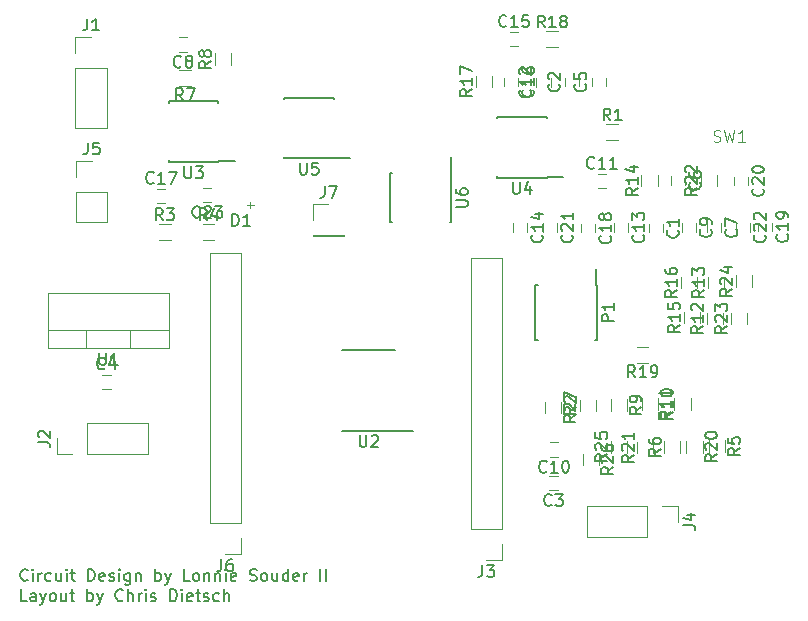
<source format=gto>
G04 #@! TF.FileFunction,Legend,Top*
%FSLAX46Y46*%
G04 Gerber Fmt 4.6, Leading zero omitted, Abs format (unit mm)*
G04 Created by KiCad (PCBNEW 4.0.4-stable) date 11/20/17 17:19:46*
%MOMM*%
%LPD*%
G01*
G04 APERTURE LIST*
%ADD10C,0.100000*%
%ADD11C,0.200000*%
%ADD12C,0.120000*%
%ADD13C,0.150000*%
%ADD14C,0.050000*%
G04 APERTURE END LIST*
D10*
D11*
X111112524Y-141528643D02*
X111064905Y-141576262D01*
X110922048Y-141623881D01*
X110826810Y-141623881D01*
X110683952Y-141576262D01*
X110588714Y-141481024D01*
X110541095Y-141385786D01*
X110493476Y-141195310D01*
X110493476Y-141052452D01*
X110541095Y-140861976D01*
X110588714Y-140766738D01*
X110683952Y-140671500D01*
X110826810Y-140623881D01*
X110922048Y-140623881D01*
X111064905Y-140671500D01*
X111112524Y-140719119D01*
X111541095Y-141623881D02*
X111541095Y-140957214D01*
X111541095Y-140623881D02*
X111493476Y-140671500D01*
X111541095Y-140719119D01*
X111588714Y-140671500D01*
X111541095Y-140623881D01*
X111541095Y-140719119D01*
X112017285Y-141623881D02*
X112017285Y-140957214D01*
X112017285Y-141147690D02*
X112064904Y-141052452D01*
X112112523Y-141004833D01*
X112207761Y-140957214D01*
X112303000Y-140957214D01*
X113064905Y-141576262D02*
X112969667Y-141623881D01*
X112779190Y-141623881D01*
X112683952Y-141576262D01*
X112636333Y-141528643D01*
X112588714Y-141433405D01*
X112588714Y-141147690D01*
X112636333Y-141052452D01*
X112683952Y-141004833D01*
X112779190Y-140957214D01*
X112969667Y-140957214D01*
X113064905Y-141004833D01*
X113922048Y-140957214D02*
X113922048Y-141623881D01*
X113493476Y-140957214D02*
X113493476Y-141481024D01*
X113541095Y-141576262D01*
X113636333Y-141623881D01*
X113779191Y-141623881D01*
X113874429Y-141576262D01*
X113922048Y-141528643D01*
X114398238Y-141623881D02*
X114398238Y-140957214D01*
X114398238Y-140623881D02*
X114350619Y-140671500D01*
X114398238Y-140719119D01*
X114445857Y-140671500D01*
X114398238Y-140623881D01*
X114398238Y-140719119D01*
X114731571Y-140957214D02*
X115112523Y-140957214D01*
X114874428Y-140623881D02*
X114874428Y-141481024D01*
X114922047Y-141576262D01*
X115017285Y-141623881D01*
X115112523Y-141623881D01*
X116207762Y-141623881D02*
X116207762Y-140623881D01*
X116445857Y-140623881D01*
X116588715Y-140671500D01*
X116683953Y-140766738D01*
X116731572Y-140861976D01*
X116779191Y-141052452D01*
X116779191Y-141195310D01*
X116731572Y-141385786D01*
X116683953Y-141481024D01*
X116588715Y-141576262D01*
X116445857Y-141623881D01*
X116207762Y-141623881D01*
X117588715Y-141576262D02*
X117493477Y-141623881D01*
X117303000Y-141623881D01*
X117207762Y-141576262D01*
X117160143Y-141481024D01*
X117160143Y-141100071D01*
X117207762Y-141004833D01*
X117303000Y-140957214D01*
X117493477Y-140957214D01*
X117588715Y-141004833D01*
X117636334Y-141100071D01*
X117636334Y-141195310D01*
X117160143Y-141290548D01*
X118017286Y-141576262D02*
X118112524Y-141623881D01*
X118303000Y-141623881D01*
X118398239Y-141576262D01*
X118445858Y-141481024D01*
X118445858Y-141433405D01*
X118398239Y-141338167D01*
X118303000Y-141290548D01*
X118160143Y-141290548D01*
X118064905Y-141242929D01*
X118017286Y-141147690D01*
X118017286Y-141100071D01*
X118064905Y-141004833D01*
X118160143Y-140957214D01*
X118303000Y-140957214D01*
X118398239Y-141004833D01*
X118874429Y-141623881D02*
X118874429Y-140957214D01*
X118874429Y-140623881D02*
X118826810Y-140671500D01*
X118874429Y-140719119D01*
X118922048Y-140671500D01*
X118874429Y-140623881D01*
X118874429Y-140719119D01*
X119779191Y-140957214D02*
X119779191Y-141766738D01*
X119731572Y-141861976D01*
X119683953Y-141909595D01*
X119588714Y-141957214D01*
X119445857Y-141957214D01*
X119350619Y-141909595D01*
X119779191Y-141576262D02*
X119683953Y-141623881D01*
X119493476Y-141623881D01*
X119398238Y-141576262D01*
X119350619Y-141528643D01*
X119303000Y-141433405D01*
X119303000Y-141147690D01*
X119350619Y-141052452D01*
X119398238Y-141004833D01*
X119493476Y-140957214D01*
X119683953Y-140957214D01*
X119779191Y-141004833D01*
X120255381Y-140957214D02*
X120255381Y-141623881D01*
X120255381Y-141052452D02*
X120303000Y-141004833D01*
X120398238Y-140957214D01*
X120541096Y-140957214D01*
X120636334Y-141004833D01*
X120683953Y-141100071D01*
X120683953Y-141623881D01*
X121922048Y-141623881D02*
X121922048Y-140623881D01*
X121922048Y-141004833D02*
X122017286Y-140957214D01*
X122207763Y-140957214D01*
X122303001Y-141004833D01*
X122350620Y-141052452D01*
X122398239Y-141147690D01*
X122398239Y-141433405D01*
X122350620Y-141528643D01*
X122303001Y-141576262D01*
X122207763Y-141623881D01*
X122017286Y-141623881D01*
X121922048Y-141576262D01*
X122731572Y-140957214D02*
X122969667Y-141623881D01*
X123207763Y-140957214D02*
X122969667Y-141623881D01*
X122874429Y-141861976D01*
X122826810Y-141909595D01*
X122731572Y-141957214D01*
X124826811Y-141623881D02*
X124350620Y-141623881D01*
X124350620Y-140623881D01*
X125303001Y-141623881D02*
X125207763Y-141576262D01*
X125160144Y-141528643D01*
X125112525Y-141433405D01*
X125112525Y-141147690D01*
X125160144Y-141052452D01*
X125207763Y-141004833D01*
X125303001Y-140957214D01*
X125445859Y-140957214D01*
X125541097Y-141004833D01*
X125588716Y-141052452D01*
X125636335Y-141147690D01*
X125636335Y-141433405D01*
X125588716Y-141528643D01*
X125541097Y-141576262D01*
X125445859Y-141623881D01*
X125303001Y-141623881D01*
X126064906Y-140957214D02*
X126064906Y-141623881D01*
X126064906Y-141052452D02*
X126112525Y-141004833D01*
X126207763Y-140957214D01*
X126350621Y-140957214D01*
X126445859Y-141004833D01*
X126493478Y-141100071D01*
X126493478Y-141623881D01*
X126969668Y-140957214D02*
X126969668Y-141623881D01*
X126969668Y-141052452D02*
X127017287Y-141004833D01*
X127112525Y-140957214D01*
X127255383Y-140957214D01*
X127350621Y-141004833D01*
X127398240Y-141100071D01*
X127398240Y-141623881D01*
X127874430Y-141623881D02*
X127874430Y-140957214D01*
X127874430Y-140623881D02*
X127826811Y-140671500D01*
X127874430Y-140719119D01*
X127922049Y-140671500D01*
X127874430Y-140623881D01*
X127874430Y-140719119D01*
X128731573Y-141576262D02*
X128636335Y-141623881D01*
X128445858Y-141623881D01*
X128350620Y-141576262D01*
X128303001Y-141481024D01*
X128303001Y-141100071D01*
X128350620Y-141004833D01*
X128445858Y-140957214D01*
X128636335Y-140957214D01*
X128731573Y-141004833D01*
X128779192Y-141100071D01*
X128779192Y-141195310D01*
X128303001Y-141290548D01*
X129922049Y-141576262D02*
X130064906Y-141623881D01*
X130303002Y-141623881D01*
X130398240Y-141576262D01*
X130445859Y-141528643D01*
X130493478Y-141433405D01*
X130493478Y-141338167D01*
X130445859Y-141242929D01*
X130398240Y-141195310D01*
X130303002Y-141147690D01*
X130112525Y-141100071D01*
X130017287Y-141052452D01*
X129969668Y-141004833D01*
X129922049Y-140909595D01*
X129922049Y-140814357D01*
X129969668Y-140719119D01*
X130017287Y-140671500D01*
X130112525Y-140623881D01*
X130350621Y-140623881D01*
X130493478Y-140671500D01*
X131064906Y-141623881D02*
X130969668Y-141576262D01*
X130922049Y-141528643D01*
X130874430Y-141433405D01*
X130874430Y-141147690D01*
X130922049Y-141052452D01*
X130969668Y-141004833D01*
X131064906Y-140957214D01*
X131207764Y-140957214D01*
X131303002Y-141004833D01*
X131350621Y-141052452D01*
X131398240Y-141147690D01*
X131398240Y-141433405D01*
X131350621Y-141528643D01*
X131303002Y-141576262D01*
X131207764Y-141623881D01*
X131064906Y-141623881D01*
X132255383Y-140957214D02*
X132255383Y-141623881D01*
X131826811Y-140957214D02*
X131826811Y-141481024D01*
X131874430Y-141576262D01*
X131969668Y-141623881D01*
X132112526Y-141623881D01*
X132207764Y-141576262D01*
X132255383Y-141528643D01*
X133160145Y-141623881D02*
X133160145Y-140623881D01*
X133160145Y-141576262D02*
X133064907Y-141623881D01*
X132874430Y-141623881D01*
X132779192Y-141576262D01*
X132731573Y-141528643D01*
X132683954Y-141433405D01*
X132683954Y-141147690D01*
X132731573Y-141052452D01*
X132779192Y-141004833D01*
X132874430Y-140957214D01*
X133064907Y-140957214D01*
X133160145Y-141004833D01*
X134017288Y-141576262D02*
X133922050Y-141623881D01*
X133731573Y-141623881D01*
X133636335Y-141576262D01*
X133588716Y-141481024D01*
X133588716Y-141100071D01*
X133636335Y-141004833D01*
X133731573Y-140957214D01*
X133922050Y-140957214D01*
X134017288Y-141004833D01*
X134064907Y-141100071D01*
X134064907Y-141195310D01*
X133588716Y-141290548D01*
X134493478Y-141623881D02*
X134493478Y-140957214D01*
X134493478Y-141147690D02*
X134541097Y-141052452D01*
X134588716Y-141004833D01*
X134683954Y-140957214D01*
X134779193Y-140957214D01*
X135874431Y-141623881D02*
X135874431Y-140623881D01*
X136350621Y-141623881D02*
X136350621Y-140623881D01*
X111017286Y-143323881D02*
X110541095Y-143323881D01*
X110541095Y-142323881D01*
X111779191Y-143323881D02*
X111779191Y-142800071D01*
X111731572Y-142704833D01*
X111636334Y-142657214D01*
X111445857Y-142657214D01*
X111350619Y-142704833D01*
X111779191Y-143276262D02*
X111683953Y-143323881D01*
X111445857Y-143323881D01*
X111350619Y-143276262D01*
X111303000Y-143181024D01*
X111303000Y-143085786D01*
X111350619Y-142990548D01*
X111445857Y-142942929D01*
X111683953Y-142942929D01*
X111779191Y-142895310D01*
X112160143Y-142657214D02*
X112398238Y-143323881D01*
X112636334Y-142657214D02*
X112398238Y-143323881D01*
X112303000Y-143561976D01*
X112255381Y-143609595D01*
X112160143Y-143657214D01*
X113160143Y-143323881D02*
X113064905Y-143276262D01*
X113017286Y-143228643D01*
X112969667Y-143133405D01*
X112969667Y-142847690D01*
X113017286Y-142752452D01*
X113064905Y-142704833D01*
X113160143Y-142657214D01*
X113303001Y-142657214D01*
X113398239Y-142704833D01*
X113445858Y-142752452D01*
X113493477Y-142847690D01*
X113493477Y-143133405D01*
X113445858Y-143228643D01*
X113398239Y-143276262D01*
X113303001Y-143323881D01*
X113160143Y-143323881D01*
X114350620Y-142657214D02*
X114350620Y-143323881D01*
X113922048Y-142657214D02*
X113922048Y-143181024D01*
X113969667Y-143276262D01*
X114064905Y-143323881D01*
X114207763Y-143323881D01*
X114303001Y-143276262D01*
X114350620Y-143228643D01*
X114683953Y-142657214D02*
X115064905Y-142657214D01*
X114826810Y-142323881D02*
X114826810Y-143181024D01*
X114874429Y-143276262D01*
X114969667Y-143323881D01*
X115064905Y-143323881D01*
X116160144Y-143323881D02*
X116160144Y-142323881D01*
X116160144Y-142704833D02*
X116255382Y-142657214D01*
X116445859Y-142657214D01*
X116541097Y-142704833D01*
X116588716Y-142752452D01*
X116636335Y-142847690D01*
X116636335Y-143133405D01*
X116588716Y-143228643D01*
X116541097Y-143276262D01*
X116445859Y-143323881D01*
X116255382Y-143323881D01*
X116160144Y-143276262D01*
X116969668Y-142657214D02*
X117207763Y-143323881D01*
X117445859Y-142657214D02*
X117207763Y-143323881D01*
X117112525Y-143561976D01*
X117064906Y-143609595D01*
X116969668Y-143657214D01*
X119160145Y-143228643D02*
X119112526Y-143276262D01*
X118969669Y-143323881D01*
X118874431Y-143323881D01*
X118731573Y-143276262D01*
X118636335Y-143181024D01*
X118588716Y-143085786D01*
X118541097Y-142895310D01*
X118541097Y-142752452D01*
X118588716Y-142561976D01*
X118636335Y-142466738D01*
X118731573Y-142371500D01*
X118874431Y-142323881D01*
X118969669Y-142323881D01*
X119112526Y-142371500D01*
X119160145Y-142419119D01*
X119588716Y-143323881D02*
X119588716Y-142323881D01*
X120017288Y-143323881D02*
X120017288Y-142800071D01*
X119969669Y-142704833D01*
X119874431Y-142657214D01*
X119731573Y-142657214D01*
X119636335Y-142704833D01*
X119588716Y-142752452D01*
X120493478Y-143323881D02*
X120493478Y-142657214D01*
X120493478Y-142847690D02*
X120541097Y-142752452D01*
X120588716Y-142704833D01*
X120683954Y-142657214D01*
X120779193Y-142657214D01*
X121112526Y-143323881D02*
X121112526Y-142657214D01*
X121112526Y-142323881D02*
X121064907Y-142371500D01*
X121112526Y-142419119D01*
X121160145Y-142371500D01*
X121112526Y-142323881D01*
X121112526Y-142419119D01*
X121541097Y-143276262D02*
X121636335Y-143323881D01*
X121826811Y-143323881D01*
X121922050Y-143276262D01*
X121969669Y-143181024D01*
X121969669Y-143133405D01*
X121922050Y-143038167D01*
X121826811Y-142990548D01*
X121683954Y-142990548D01*
X121588716Y-142942929D01*
X121541097Y-142847690D01*
X121541097Y-142800071D01*
X121588716Y-142704833D01*
X121683954Y-142657214D01*
X121826811Y-142657214D01*
X121922050Y-142704833D01*
X123160145Y-143323881D02*
X123160145Y-142323881D01*
X123398240Y-142323881D01*
X123541098Y-142371500D01*
X123636336Y-142466738D01*
X123683955Y-142561976D01*
X123731574Y-142752452D01*
X123731574Y-142895310D01*
X123683955Y-143085786D01*
X123636336Y-143181024D01*
X123541098Y-143276262D01*
X123398240Y-143323881D01*
X123160145Y-143323881D01*
X124160145Y-143323881D02*
X124160145Y-142657214D01*
X124160145Y-142323881D02*
X124112526Y-142371500D01*
X124160145Y-142419119D01*
X124207764Y-142371500D01*
X124160145Y-142323881D01*
X124160145Y-142419119D01*
X125017288Y-143276262D02*
X124922050Y-143323881D01*
X124731573Y-143323881D01*
X124636335Y-143276262D01*
X124588716Y-143181024D01*
X124588716Y-142800071D01*
X124636335Y-142704833D01*
X124731573Y-142657214D01*
X124922050Y-142657214D01*
X125017288Y-142704833D01*
X125064907Y-142800071D01*
X125064907Y-142895310D01*
X124588716Y-142990548D01*
X125350621Y-142657214D02*
X125731573Y-142657214D01*
X125493478Y-142323881D02*
X125493478Y-143181024D01*
X125541097Y-143276262D01*
X125636335Y-143323881D01*
X125731573Y-143323881D01*
X126017288Y-143276262D02*
X126112526Y-143323881D01*
X126303002Y-143323881D01*
X126398241Y-143276262D01*
X126445860Y-143181024D01*
X126445860Y-143133405D01*
X126398241Y-143038167D01*
X126303002Y-142990548D01*
X126160145Y-142990548D01*
X126064907Y-142942929D01*
X126017288Y-142847690D01*
X126017288Y-142800071D01*
X126064907Y-142704833D01*
X126160145Y-142657214D01*
X126303002Y-142657214D01*
X126398241Y-142704833D01*
X127303003Y-143276262D02*
X127207765Y-143323881D01*
X127017288Y-143323881D01*
X126922050Y-143276262D01*
X126874431Y-143228643D01*
X126826812Y-143133405D01*
X126826812Y-142847690D01*
X126874431Y-142752452D01*
X126922050Y-142704833D01*
X127017288Y-142657214D01*
X127207765Y-142657214D01*
X127303003Y-142704833D01*
X127731574Y-143323881D02*
X127731574Y-142323881D01*
X128160146Y-143323881D02*
X128160146Y-142800071D01*
X128112527Y-142704833D01*
X128017289Y-142657214D01*
X127874431Y-142657214D01*
X127779193Y-142704833D01*
X127731574Y-142752452D01*
D12*
X163674500Y-112110000D02*
X163674500Y-111410000D01*
X164874500Y-111410000D02*
X164874500Y-112110000D01*
X157826000Y-99027500D02*
X157826000Y-99727500D01*
X156626000Y-99727500D02*
X156626000Y-99027500D01*
X155275800Y-132711900D02*
X155975800Y-132711900D01*
X155975800Y-133911900D02*
X155275800Y-133911900D01*
X118129800Y-125352100D02*
X117429800Y-125352100D01*
X117429800Y-124152100D02*
X118129800Y-124152100D01*
X160048500Y-99027500D02*
X160048500Y-99727500D01*
X158848500Y-99727500D02*
X158848500Y-99027500D01*
X165566800Y-108058700D02*
X165566800Y-107358700D01*
X166766800Y-107358700D02*
X166766800Y-108058700D01*
X168627500Y-112046500D02*
X168627500Y-111346500D01*
X169827500Y-111346500D02*
X169827500Y-112046500D01*
X123906800Y-95602500D02*
X124606800Y-95602500D01*
X124606800Y-96802500D02*
X123906800Y-96802500D01*
X166468500Y-112046500D02*
X166468500Y-111346500D01*
X167668500Y-111346500D02*
X167668500Y-112046500D01*
X155326600Y-129892500D02*
X156026600Y-129892500D01*
X156026600Y-131092500D02*
X155326600Y-131092500D01*
X160065200Y-108359500D02*
X159365200Y-108359500D01*
X159365200Y-107159500D02*
X160065200Y-107159500D01*
X155381250Y-99059250D02*
X155381250Y-99759250D01*
X154181250Y-99759250D02*
X154181250Y-99059250D01*
X160753500Y-112046500D02*
X160753500Y-111346500D01*
X161953500Y-111346500D02*
X161953500Y-112046500D01*
X152181000Y-112046500D02*
X152181000Y-111346500D01*
X153381000Y-111346500D02*
X153381000Y-112046500D01*
X152623000Y-96358000D02*
X151923000Y-96358000D01*
X151923000Y-95158000D02*
X152623000Y-95158000D01*
X151419000Y-99727500D02*
X151419000Y-99027500D01*
X152619000Y-99027500D02*
X152619000Y-99727500D01*
X122752600Y-109629500D02*
X122052600Y-109629500D01*
X122052600Y-108429500D02*
X122752600Y-108429500D01*
X157959500Y-112110000D02*
X157959500Y-111410000D01*
X159159500Y-111410000D02*
X159159500Y-112110000D01*
X172945500Y-111983000D02*
X172945500Y-111283000D01*
X174145500Y-111283000D02*
X174145500Y-111983000D01*
X170875400Y-108109500D02*
X170875400Y-107409500D01*
X172075400Y-107409500D02*
X172075400Y-108109500D01*
X154721000Y-112046500D02*
X154721000Y-111346500D01*
X155921000Y-111346500D02*
X155921000Y-112046500D01*
X171040500Y-112046500D02*
X171040500Y-111346500D01*
X172240500Y-111346500D02*
X172240500Y-112046500D01*
X125964200Y-108327900D02*
X126664200Y-108327900D01*
X126664200Y-109527900D02*
X125964200Y-109527900D01*
X115138359Y-103299499D02*
X117798359Y-103299499D01*
X115138359Y-98159499D02*
X115138359Y-103299499D01*
X117798359Y-98159499D02*
X117798359Y-103299499D01*
X115138359Y-98159499D02*
X117798359Y-98159499D01*
X115138359Y-96889499D02*
X115138359Y-95559499D01*
X115138359Y-95559499D02*
X116468359Y-95559499D01*
X121294200Y-130882700D02*
X121294200Y-128222700D01*
X116154200Y-130882700D02*
X121294200Y-130882700D01*
X116154200Y-128222700D02*
X121294200Y-128222700D01*
X116154200Y-130882700D02*
X116154200Y-128222700D01*
X114884200Y-130882700D02*
X113554200Y-130882700D01*
X113554200Y-130882700D02*
X113554200Y-129552700D01*
X151266200Y-114303500D02*
X148606200Y-114303500D01*
X151266200Y-137223500D02*
X151266200Y-114303500D01*
X148606200Y-137223500D02*
X148606200Y-114303500D01*
X151266200Y-137223500D02*
X148606200Y-137223500D01*
X151266200Y-138493500D02*
X151266200Y-139823500D01*
X151266200Y-139823500D02*
X149936200Y-139823500D01*
X158436000Y-135258500D02*
X158436000Y-137918500D01*
X163576000Y-135258500D02*
X158436000Y-135258500D01*
X163576000Y-137918500D02*
X158436000Y-137918500D01*
X163576000Y-135258500D02*
X163576000Y-137918500D01*
X164846000Y-135258500D02*
X166176000Y-135258500D01*
X166176000Y-135258500D02*
X166176000Y-136588500D01*
X115202859Y-111251999D02*
X117862859Y-111251999D01*
X115202859Y-108651999D02*
X115202859Y-111251999D01*
X117862859Y-108651999D02*
X117862859Y-111251999D01*
X115202859Y-108651999D02*
X117862859Y-108651999D01*
X115202859Y-107381999D02*
X115202859Y-106051999D01*
X115202859Y-106051999D02*
X116532859Y-106051999D01*
X129168200Y-113820900D02*
X126508200Y-113820900D01*
X129168200Y-136740900D02*
X129168200Y-113820900D01*
X126508200Y-136740900D02*
X126508200Y-113820900D01*
X129168200Y-136740900D02*
X126508200Y-136740900D01*
X129168200Y-138010900D02*
X129168200Y-139340900D01*
X129168200Y-139340900D02*
X127838200Y-139340900D01*
X135245800Y-112391500D02*
X137905800Y-112391500D01*
X135245800Y-112331500D02*
X135245800Y-112391500D01*
X137905800Y-112331500D02*
X137905800Y-112391500D01*
X135245800Y-112331500D02*
X137905800Y-112331500D01*
X135245800Y-111061500D02*
X135245800Y-109731500D01*
X135245800Y-109731500D02*
X136575800Y-109731500D01*
D13*
X159343000Y-116559700D02*
X159218000Y-116559700D01*
X159343000Y-121209700D02*
X159118000Y-121209700D01*
X154093000Y-121209700D02*
X154318000Y-121209700D01*
X154093000Y-116559700D02*
X154318000Y-116559700D01*
X159343000Y-116559700D02*
X159343000Y-121209700D01*
X154093000Y-116559700D02*
X154093000Y-121209700D01*
X159218000Y-116559700D02*
X159218000Y-115209700D01*
D12*
X161104200Y-104299300D02*
X160104200Y-104299300D01*
X160104200Y-102939300D02*
X161104200Y-102939300D01*
X159201400Y-126258700D02*
X159201400Y-127258700D01*
X157841400Y-127258700D02*
X157841400Y-126258700D01*
X123207400Y-112757500D02*
X122207400Y-112757500D01*
X122207400Y-111397500D02*
X123207400Y-111397500D01*
X126915800Y-112757500D02*
X125915800Y-112757500D01*
X125915800Y-111397500D02*
X126915800Y-111397500D01*
X168814200Y-130713100D02*
X168814200Y-129713100D01*
X170174200Y-129713100D02*
X170174200Y-130713100D01*
X166364200Y-129763900D02*
X166364200Y-130763900D01*
X165004200Y-130763900D02*
X165004200Y-129763900D01*
X123909200Y-98341900D02*
X124909200Y-98341900D01*
X124909200Y-99701900D02*
X123909200Y-99701900D01*
X128315000Y-96947100D02*
X128315000Y-97947100D01*
X126955000Y-97947100D02*
X126955000Y-96947100D01*
X160483000Y-127207900D02*
X160483000Y-126207900D01*
X161843000Y-126207900D02*
X161843000Y-127207900D01*
X163124600Y-127157100D02*
X163124600Y-126157100D01*
X164484600Y-126157100D02*
X164484600Y-127157100D01*
X167227800Y-126157100D02*
X167227800Y-127157100D01*
X165867800Y-127157100D02*
X165867800Y-126157100D01*
X169971000Y-118892700D02*
X169971000Y-119892700D01*
X168611000Y-119892700D02*
X168611000Y-118892700D01*
X170072600Y-115844700D02*
X170072600Y-116844700D01*
X168712600Y-116844700D02*
X168712600Y-115844700D01*
X164433800Y-107208700D02*
X164433800Y-108208700D01*
X163073800Y-108208700D02*
X163073800Y-107208700D01*
X168015200Y-118816500D02*
X168015200Y-119816500D01*
X166655200Y-119816500D02*
X166655200Y-118816500D01*
X167761200Y-115844700D02*
X167761200Y-116844700D01*
X166401200Y-116844700D02*
X166401200Y-115844700D01*
X150413000Y-98826700D02*
X150413000Y-99826700D01*
X149053000Y-99826700D02*
X149053000Y-98826700D01*
X156011500Y-96438000D02*
X155011500Y-96438000D01*
X155011500Y-95078000D02*
X156011500Y-95078000D01*
X162669600Y-121786100D02*
X163669600Y-121786100D01*
X163669600Y-123146100D02*
X162669600Y-123146100D01*
X166883800Y-130763900D02*
X166883800Y-129763900D01*
X168243800Y-129763900D02*
X168243800Y-130763900D01*
X164078200Y-129814700D02*
X164078200Y-130814700D01*
X162718200Y-130814700D02*
X162718200Y-129814700D01*
X169437600Y-107208700D02*
X169437600Y-108208700D01*
X168077600Y-108208700D02*
X168077600Y-107208700D01*
X172003000Y-118892700D02*
X172003000Y-119892700D01*
X170643000Y-119892700D02*
X170643000Y-118892700D01*
X172409400Y-115743100D02*
X172409400Y-116743100D01*
X171049400Y-116743100D02*
X171049400Y-115743100D01*
X161843000Y-129763900D02*
X161843000Y-130763900D01*
X160483000Y-130763900D02*
X160483000Y-129763900D01*
X158095400Y-131830700D02*
X158095400Y-130830700D01*
X159455400Y-130830700D02*
X159455400Y-131830700D01*
X154895000Y-127436500D02*
X154895000Y-126436500D01*
X156255000Y-126436500D02*
X156255000Y-127436500D01*
X123052200Y-121885700D02*
X112812200Y-121885700D01*
X123052200Y-117244700D02*
X112812200Y-117244700D01*
X123052200Y-121885700D02*
X123052200Y-117244700D01*
X112812200Y-121885700D02*
X112812200Y-117244700D01*
X123052200Y-120375700D02*
X112812200Y-120375700D01*
X119782200Y-121885700D02*
X119782200Y-120375700D01*
X116081200Y-121885700D02*
X116081200Y-120375700D01*
D13*
X142204400Y-122064100D02*
X137754400Y-122064100D01*
X143729400Y-128964100D02*
X137754400Y-128964100D01*
X127220800Y-106143500D02*
X127220800Y-106093500D01*
X123070800Y-106143500D02*
X123070800Y-105998500D01*
X123070800Y-100993500D02*
X123070800Y-101138500D01*
X127220800Y-100993500D02*
X127220800Y-101138500D01*
X127220800Y-106143500D02*
X123070800Y-106143500D01*
X127220800Y-100993500D02*
X123070800Y-100993500D01*
X127220800Y-106093500D02*
X128620800Y-106093500D01*
X155033800Y-107464300D02*
X155033800Y-107414300D01*
X150883800Y-107464300D02*
X150883800Y-107319300D01*
X150883800Y-102314300D02*
X150883800Y-102459300D01*
X155033800Y-102314300D02*
X155033800Y-102459300D01*
X155033800Y-107464300D02*
X150883800Y-107464300D01*
X155033800Y-102314300D02*
X150883800Y-102314300D01*
X155033800Y-107414300D02*
X156433800Y-107414300D01*
X136999800Y-105838700D02*
X136999800Y-105788700D01*
X132849800Y-105838700D02*
X132849800Y-105693700D01*
X132849800Y-100688700D02*
X132849800Y-100833700D01*
X136999800Y-100688700D02*
X136999800Y-100833700D01*
X136999800Y-105838700D02*
X132849800Y-105838700D01*
X136999800Y-100688700D02*
X132849800Y-100688700D01*
X136999800Y-105788700D02*
X138399800Y-105788700D01*
X146974000Y-107106900D02*
X146924000Y-107106900D01*
X146974000Y-111256900D02*
X146829000Y-111256900D01*
X141824000Y-111256900D02*
X141969000Y-111256900D01*
X141824000Y-107106900D02*
X141969000Y-107106900D01*
X146974000Y-107106900D02*
X146974000Y-111256900D01*
X141824000Y-107106900D02*
X141824000Y-111256900D01*
X146924000Y-107106900D02*
X146924000Y-105706900D01*
X166131643Y-111926666D02*
X166179262Y-111974285D01*
X166226881Y-112117142D01*
X166226881Y-112212380D01*
X166179262Y-112355238D01*
X166084024Y-112450476D01*
X165988786Y-112498095D01*
X165798310Y-112545714D01*
X165655452Y-112545714D01*
X165464976Y-112498095D01*
X165369738Y-112450476D01*
X165274500Y-112355238D01*
X165226881Y-112212380D01*
X165226881Y-112117142D01*
X165274500Y-111974285D01*
X165322119Y-111926666D01*
X166226881Y-110974285D02*
X166226881Y-111545714D01*
X166226881Y-111260000D02*
X165226881Y-111260000D01*
X165369738Y-111355238D01*
X165464976Y-111450476D01*
X165512595Y-111545714D01*
X156083143Y-99544166D02*
X156130762Y-99591785D01*
X156178381Y-99734642D01*
X156178381Y-99829880D01*
X156130762Y-99972738D01*
X156035524Y-100067976D01*
X155940286Y-100115595D01*
X155749810Y-100163214D01*
X155606952Y-100163214D01*
X155416476Y-100115595D01*
X155321238Y-100067976D01*
X155226000Y-99972738D01*
X155178381Y-99829880D01*
X155178381Y-99734642D01*
X155226000Y-99591785D01*
X155273619Y-99544166D01*
X155273619Y-99163214D02*
X155226000Y-99115595D01*
X155178381Y-99020357D01*
X155178381Y-98782261D01*
X155226000Y-98687023D01*
X155273619Y-98639404D01*
X155368857Y-98591785D01*
X155464095Y-98591785D01*
X155606952Y-98639404D01*
X156178381Y-99210833D01*
X156178381Y-98591785D01*
X155459134Y-135169043D02*
X155411515Y-135216662D01*
X155268658Y-135264281D01*
X155173420Y-135264281D01*
X155030562Y-135216662D01*
X154935324Y-135121424D01*
X154887705Y-135026186D01*
X154840086Y-134835710D01*
X154840086Y-134692852D01*
X154887705Y-134502376D01*
X154935324Y-134407138D01*
X155030562Y-134311900D01*
X155173420Y-134264281D01*
X155268658Y-134264281D01*
X155411515Y-134311900D01*
X155459134Y-134359519D01*
X155792467Y-134264281D02*
X156411515Y-134264281D01*
X156078181Y-134645233D01*
X156221039Y-134645233D01*
X156316277Y-134692852D01*
X156363896Y-134740471D01*
X156411515Y-134835710D01*
X156411515Y-135073805D01*
X156363896Y-135169043D01*
X156316277Y-135216662D01*
X156221039Y-135264281D01*
X155935324Y-135264281D01*
X155840086Y-135216662D01*
X155792467Y-135169043D01*
X117613134Y-123609243D02*
X117565515Y-123656862D01*
X117422658Y-123704481D01*
X117327420Y-123704481D01*
X117184562Y-123656862D01*
X117089324Y-123561624D01*
X117041705Y-123466386D01*
X116994086Y-123275910D01*
X116994086Y-123133052D01*
X117041705Y-122942576D01*
X117089324Y-122847338D01*
X117184562Y-122752100D01*
X117327420Y-122704481D01*
X117422658Y-122704481D01*
X117565515Y-122752100D01*
X117613134Y-122799719D01*
X118470277Y-123037814D02*
X118470277Y-123704481D01*
X118232181Y-122656862D02*
X117994086Y-123371148D01*
X118613134Y-123371148D01*
X158305643Y-99544166D02*
X158353262Y-99591785D01*
X158400881Y-99734642D01*
X158400881Y-99829880D01*
X158353262Y-99972738D01*
X158258024Y-100067976D01*
X158162786Y-100115595D01*
X157972310Y-100163214D01*
X157829452Y-100163214D01*
X157638976Y-100115595D01*
X157543738Y-100067976D01*
X157448500Y-99972738D01*
X157400881Y-99829880D01*
X157400881Y-99734642D01*
X157448500Y-99591785D01*
X157496119Y-99544166D01*
X157400881Y-98639404D02*
X157400881Y-99115595D01*
X157877071Y-99163214D01*
X157829452Y-99115595D01*
X157781833Y-99020357D01*
X157781833Y-98782261D01*
X157829452Y-98687023D01*
X157877071Y-98639404D01*
X157972310Y-98591785D01*
X158210405Y-98591785D01*
X158305643Y-98639404D01*
X158353262Y-98687023D01*
X158400881Y-98782261D01*
X158400881Y-99020357D01*
X158353262Y-99115595D01*
X158305643Y-99163214D01*
X168023943Y-107875366D02*
X168071562Y-107922985D01*
X168119181Y-108065842D01*
X168119181Y-108161080D01*
X168071562Y-108303938D01*
X167976324Y-108399176D01*
X167881086Y-108446795D01*
X167690610Y-108494414D01*
X167547752Y-108494414D01*
X167357276Y-108446795D01*
X167262038Y-108399176D01*
X167166800Y-108303938D01*
X167119181Y-108161080D01*
X167119181Y-108065842D01*
X167166800Y-107922985D01*
X167214419Y-107875366D01*
X167119181Y-107018223D02*
X167119181Y-107208700D01*
X167166800Y-107303938D01*
X167214419Y-107351557D01*
X167357276Y-107446795D01*
X167547752Y-107494414D01*
X167928705Y-107494414D01*
X168023943Y-107446795D01*
X168071562Y-107399176D01*
X168119181Y-107303938D01*
X168119181Y-107113461D01*
X168071562Y-107018223D01*
X168023943Y-106970604D01*
X167928705Y-106922985D01*
X167690610Y-106922985D01*
X167595371Y-106970604D01*
X167547752Y-107018223D01*
X167500133Y-107113461D01*
X167500133Y-107303938D01*
X167547752Y-107399176D01*
X167595371Y-107446795D01*
X167690610Y-107494414D01*
X171084643Y-111863166D02*
X171132262Y-111910785D01*
X171179881Y-112053642D01*
X171179881Y-112148880D01*
X171132262Y-112291738D01*
X171037024Y-112386976D01*
X170941786Y-112434595D01*
X170751310Y-112482214D01*
X170608452Y-112482214D01*
X170417976Y-112434595D01*
X170322738Y-112386976D01*
X170227500Y-112291738D01*
X170179881Y-112148880D01*
X170179881Y-112053642D01*
X170227500Y-111910785D01*
X170275119Y-111863166D01*
X170179881Y-111529833D02*
X170179881Y-110863166D01*
X171179881Y-111291738D01*
X124090134Y-98059643D02*
X124042515Y-98107262D01*
X123899658Y-98154881D01*
X123804420Y-98154881D01*
X123661562Y-98107262D01*
X123566324Y-98012024D01*
X123518705Y-97916786D01*
X123471086Y-97726310D01*
X123471086Y-97583452D01*
X123518705Y-97392976D01*
X123566324Y-97297738D01*
X123661562Y-97202500D01*
X123804420Y-97154881D01*
X123899658Y-97154881D01*
X124042515Y-97202500D01*
X124090134Y-97250119D01*
X124661562Y-97583452D02*
X124566324Y-97535833D01*
X124518705Y-97488214D01*
X124471086Y-97392976D01*
X124471086Y-97345357D01*
X124518705Y-97250119D01*
X124566324Y-97202500D01*
X124661562Y-97154881D01*
X124852039Y-97154881D01*
X124947277Y-97202500D01*
X124994896Y-97250119D01*
X125042515Y-97345357D01*
X125042515Y-97392976D01*
X124994896Y-97488214D01*
X124947277Y-97535833D01*
X124852039Y-97583452D01*
X124661562Y-97583452D01*
X124566324Y-97631071D01*
X124518705Y-97678690D01*
X124471086Y-97773929D01*
X124471086Y-97964405D01*
X124518705Y-98059643D01*
X124566324Y-98107262D01*
X124661562Y-98154881D01*
X124852039Y-98154881D01*
X124947277Y-98107262D01*
X124994896Y-98059643D01*
X125042515Y-97964405D01*
X125042515Y-97773929D01*
X124994896Y-97678690D01*
X124947277Y-97631071D01*
X124852039Y-97583452D01*
X168925643Y-111863166D02*
X168973262Y-111910785D01*
X169020881Y-112053642D01*
X169020881Y-112148880D01*
X168973262Y-112291738D01*
X168878024Y-112386976D01*
X168782786Y-112434595D01*
X168592310Y-112482214D01*
X168449452Y-112482214D01*
X168258976Y-112434595D01*
X168163738Y-112386976D01*
X168068500Y-112291738D01*
X168020881Y-112148880D01*
X168020881Y-112053642D01*
X168068500Y-111910785D01*
X168116119Y-111863166D01*
X169020881Y-111386976D02*
X169020881Y-111196500D01*
X168973262Y-111101261D01*
X168925643Y-111053642D01*
X168782786Y-110958404D01*
X168592310Y-110910785D01*
X168211357Y-110910785D01*
X168116119Y-110958404D01*
X168068500Y-111006023D01*
X168020881Y-111101261D01*
X168020881Y-111291738D01*
X168068500Y-111386976D01*
X168116119Y-111434595D01*
X168211357Y-111482214D01*
X168449452Y-111482214D01*
X168544690Y-111434595D01*
X168592310Y-111386976D01*
X168639929Y-111291738D01*
X168639929Y-111101261D01*
X168592310Y-111006023D01*
X168544690Y-110958404D01*
X168449452Y-110910785D01*
X155033743Y-132349643D02*
X154986124Y-132397262D01*
X154843267Y-132444881D01*
X154748029Y-132444881D01*
X154605171Y-132397262D01*
X154509933Y-132302024D01*
X154462314Y-132206786D01*
X154414695Y-132016310D01*
X154414695Y-131873452D01*
X154462314Y-131682976D01*
X154509933Y-131587738D01*
X154605171Y-131492500D01*
X154748029Y-131444881D01*
X154843267Y-131444881D01*
X154986124Y-131492500D01*
X155033743Y-131540119D01*
X155986124Y-132444881D02*
X155414695Y-132444881D01*
X155700409Y-132444881D02*
X155700409Y-131444881D01*
X155605171Y-131587738D01*
X155509933Y-131682976D01*
X155414695Y-131730595D01*
X156605171Y-131444881D02*
X156700410Y-131444881D01*
X156795648Y-131492500D01*
X156843267Y-131540119D01*
X156890886Y-131635357D01*
X156938505Y-131825833D01*
X156938505Y-132063929D01*
X156890886Y-132254405D01*
X156843267Y-132349643D01*
X156795648Y-132397262D01*
X156700410Y-132444881D01*
X156605171Y-132444881D01*
X156509933Y-132397262D01*
X156462314Y-132349643D01*
X156414695Y-132254405D01*
X156367076Y-132063929D01*
X156367076Y-131825833D01*
X156414695Y-131635357D01*
X156462314Y-131540119D01*
X156509933Y-131492500D01*
X156605171Y-131444881D01*
X159072343Y-106616643D02*
X159024724Y-106664262D01*
X158881867Y-106711881D01*
X158786629Y-106711881D01*
X158643771Y-106664262D01*
X158548533Y-106569024D01*
X158500914Y-106473786D01*
X158453295Y-106283310D01*
X158453295Y-106140452D01*
X158500914Y-105949976D01*
X158548533Y-105854738D01*
X158643771Y-105759500D01*
X158786629Y-105711881D01*
X158881867Y-105711881D01*
X159024724Y-105759500D01*
X159072343Y-105807119D01*
X160024724Y-106711881D02*
X159453295Y-106711881D01*
X159739009Y-106711881D02*
X159739009Y-105711881D01*
X159643771Y-105854738D01*
X159548533Y-105949976D01*
X159453295Y-105997595D01*
X160977105Y-106711881D02*
X160405676Y-106711881D01*
X160691390Y-106711881D02*
X160691390Y-105711881D01*
X160596152Y-105854738D01*
X160500914Y-105949976D01*
X160405676Y-105997595D01*
X153638393Y-100052107D02*
X153686012Y-100099726D01*
X153733631Y-100242583D01*
X153733631Y-100337821D01*
X153686012Y-100480679D01*
X153590774Y-100575917D01*
X153495536Y-100623536D01*
X153305060Y-100671155D01*
X153162202Y-100671155D01*
X152971726Y-100623536D01*
X152876488Y-100575917D01*
X152781250Y-100480679D01*
X152733631Y-100337821D01*
X152733631Y-100242583D01*
X152781250Y-100099726D01*
X152828869Y-100052107D01*
X153733631Y-99099726D02*
X153733631Y-99671155D01*
X153733631Y-99385441D02*
X152733631Y-99385441D01*
X152876488Y-99480679D01*
X152971726Y-99575917D01*
X153019345Y-99671155D01*
X152828869Y-98718774D02*
X152781250Y-98671155D01*
X152733631Y-98575917D01*
X152733631Y-98337821D01*
X152781250Y-98242583D01*
X152828869Y-98194964D01*
X152924107Y-98147345D01*
X153019345Y-98147345D01*
X153162202Y-98194964D01*
X153733631Y-98766393D01*
X153733631Y-98147345D01*
X163210643Y-112339357D02*
X163258262Y-112386976D01*
X163305881Y-112529833D01*
X163305881Y-112625071D01*
X163258262Y-112767929D01*
X163163024Y-112863167D01*
X163067786Y-112910786D01*
X162877310Y-112958405D01*
X162734452Y-112958405D01*
X162543976Y-112910786D01*
X162448738Y-112863167D01*
X162353500Y-112767929D01*
X162305881Y-112625071D01*
X162305881Y-112529833D01*
X162353500Y-112386976D01*
X162401119Y-112339357D01*
X163305881Y-111386976D02*
X163305881Y-111958405D01*
X163305881Y-111672691D02*
X162305881Y-111672691D01*
X162448738Y-111767929D01*
X162543976Y-111863167D01*
X162591595Y-111958405D01*
X162305881Y-111053643D02*
X162305881Y-110434595D01*
X162686833Y-110767929D01*
X162686833Y-110625071D01*
X162734452Y-110529833D01*
X162782071Y-110482214D01*
X162877310Y-110434595D01*
X163115405Y-110434595D01*
X163210643Y-110482214D01*
X163258262Y-110529833D01*
X163305881Y-110625071D01*
X163305881Y-110910786D01*
X163258262Y-111006024D01*
X163210643Y-111053643D01*
X154638143Y-112339357D02*
X154685762Y-112386976D01*
X154733381Y-112529833D01*
X154733381Y-112625071D01*
X154685762Y-112767929D01*
X154590524Y-112863167D01*
X154495286Y-112910786D01*
X154304810Y-112958405D01*
X154161952Y-112958405D01*
X153971476Y-112910786D01*
X153876238Y-112863167D01*
X153781000Y-112767929D01*
X153733381Y-112625071D01*
X153733381Y-112529833D01*
X153781000Y-112386976D01*
X153828619Y-112339357D01*
X154733381Y-111386976D02*
X154733381Y-111958405D01*
X154733381Y-111672691D02*
X153733381Y-111672691D01*
X153876238Y-111767929D01*
X153971476Y-111863167D01*
X154019095Y-111958405D01*
X154066714Y-110529833D02*
X154733381Y-110529833D01*
X153685762Y-110767929D02*
X154400048Y-111006024D01*
X154400048Y-110386976D01*
X151630143Y-94615143D02*
X151582524Y-94662762D01*
X151439667Y-94710381D01*
X151344429Y-94710381D01*
X151201571Y-94662762D01*
X151106333Y-94567524D01*
X151058714Y-94472286D01*
X151011095Y-94281810D01*
X151011095Y-94138952D01*
X151058714Y-93948476D01*
X151106333Y-93853238D01*
X151201571Y-93758000D01*
X151344429Y-93710381D01*
X151439667Y-93710381D01*
X151582524Y-93758000D01*
X151630143Y-93805619D01*
X152582524Y-94710381D02*
X152011095Y-94710381D01*
X152296809Y-94710381D02*
X152296809Y-93710381D01*
X152201571Y-93853238D01*
X152106333Y-93948476D01*
X152011095Y-93996095D01*
X153487286Y-93710381D02*
X153011095Y-93710381D01*
X152963476Y-94186571D01*
X153011095Y-94138952D01*
X153106333Y-94091333D01*
X153344429Y-94091333D01*
X153439667Y-94138952D01*
X153487286Y-94186571D01*
X153534905Y-94281810D01*
X153534905Y-94519905D01*
X153487286Y-94615143D01*
X153439667Y-94662762D01*
X153344429Y-94710381D01*
X153106333Y-94710381D01*
X153011095Y-94662762D01*
X152963476Y-94615143D01*
X153876143Y-100020357D02*
X153923762Y-100067976D01*
X153971381Y-100210833D01*
X153971381Y-100306071D01*
X153923762Y-100448929D01*
X153828524Y-100544167D01*
X153733286Y-100591786D01*
X153542810Y-100639405D01*
X153399952Y-100639405D01*
X153209476Y-100591786D01*
X153114238Y-100544167D01*
X153019000Y-100448929D01*
X152971381Y-100306071D01*
X152971381Y-100210833D01*
X153019000Y-100067976D01*
X153066619Y-100020357D01*
X153971381Y-99067976D02*
X153971381Y-99639405D01*
X153971381Y-99353691D02*
X152971381Y-99353691D01*
X153114238Y-99448929D01*
X153209476Y-99544167D01*
X153257095Y-99639405D01*
X152971381Y-98210833D02*
X152971381Y-98401310D01*
X153019000Y-98496548D01*
X153066619Y-98544167D01*
X153209476Y-98639405D01*
X153399952Y-98687024D01*
X153780905Y-98687024D01*
X153876143Y-98639405D01*
X153923762Y-98591786D01*
X153971381Y-98496548D01*
X153971381Y-98306071D01*
X153923762Y-98210833D01*
X153876143Y-98163214D01*
X153780905Y-98115595D01*
X153542810Y-98115595D01*
X153447571Y-98163214D01*
X153399952Y-98210833D01*
X153352333Y-98306071D01*
X153352333Y-98496548D01*
X153399952Y-98591786D01*
X153447571Y-98639405D01*
X153542810Y-98687024D01*
X121759743Y-107886643D02*
X121712124Y-107934262D01*
X121569267Y-107981881D01*
X121474029Y-107981881D01*
X121331171Y-107934262D01*
X121235933Y-107839024D01*
X121188314Y-107743786D01*
X121140695Y-107553310D01*
X121140695Y-107410452D01*
X121188314Y-107219976D01*
X121235933Y-107124738D01*
X121331171Y-107029500D01*
X121474029Y-106981881D01*
X121569267Y-106981881D01*
X121712124Y-107029500D01*
X121759743Y-107077119D01*
X122712124Y-107981881D02*
X122140695Y-107981881D01*
X122426409Y-107981881D02*
X122426409Y-106981881D01*
X122331171Y-107124738D01*
X122235933Y-107219976D01*
X122140695Y-107267595D01*
X123045457Y-106981881D02*
X123712124Y-106981881D01*
X123283552Y-107981881D01*
X160416643Y-112402857D02*
X160464262Y-112450476D01*
X160511881Y-112593333D01*
X160511881Y-112688571D01*
X160464262Y-112831429D01*
X160369024Y-112926667D01*
X160273786Y-112974286D01*
X160083310Y-113021905D01*
X159940452Y-113021905D01*
X159749976Y-112974286D01*
X159654738Y-112926667D01*
X159559500Y-112831429D01*
X159511881Y-112688571D01*
X159511881Y-112593333D01*
X159559500Y-112450476D01*
X159607119Y-112402857D01*
X160511881Y-111450476D02*
X160511881Y-112021905D01*
X160511881Y-111736191D02*
X159511881Y-111736191D01*
X159654738Y-111831429D01*
X159749976Y-111926667D01*
X159797595Y-112021905D01*
X159940452Y-110879048D02*
X159892833Y-110974286D01*
X159845214Y-111021905D01*
X159749976Y-111069524D01*
X159702357Y-111069524D01*
X159607119Y-111021905D01*
X159559500Y-110974286D01*
X159511881Y-110879048D01*
X159511881Y-110688571D01*
X159559500Y-110593333D01*
X159607119Y-110545714D01*
X159702357Y-110498095D01*
X159749976Y-110498095D01*
X159845214Y-110545714D01*
X159892833Y-110593333D01*
X159940452Y-110688571D01*
X159940452Y-110879048D01*
X159988071Y-110974286D01*
X160035690Y-111021905D01*
X160130929Y-111069524D01*
X160321405Y-111069524D01*
X160416643Y-111021905D01*
X160464262Y-110974286D01*
X160511881Y-110879048D01*
X160511881Y-110688571D01*
X160464262Y-110593333D01*
X160416643Y-110545714D01*
X160321405Y-110498095D01*
X160130929Y-110498095D01*
X160035690Y-110545714D01*
X159988071Y-110593333D01*
X159940452Y-110688571D01*
X175402643Y-112275857D02*
X175450262Y-112323476D01*
X175497881Y-112466333D01*
X175497881Y-112561571D01*
X175450262Y-112704429D01*
X175355024Y-112799667D01*
X175259786Y-112847286D01*
X175069310Y-112894905D01*
X174926452Y-112894905D01*
X174735976Y-112847286D01*
X174640738Y-112799667D01*
X174545500Y-112704429D01*
X174497881Y-112561571D01*
X174497881Y-112466333D01*
X174545500Y-112323476D01*
X174593119Y-112275857D01*
X175497881Y-111323476D02*
X175497881Y-111894905D01*
X175497881Y-111609191D02*
X174497881Y-111609191D01*
X174640738Y-111704429D01*
X174735976Y-111799667D01*
X174783595Y-111894905D01*
X175497881Y-110847286D02*
X175497881Y-110656810D01*
X175450262Y-110561571D01*
X175402643Y-110513952D01*
X175259786Y-110418714D01*
X175069310Y-110371095D01*
X174688357Y-110371095D01*
X174593119Y-110418714D01*
X174545500Y-110466333D01*
X174497881Y-110561571D01*
X174497881Y-110752048D01*
X174545500Y-110847286D01*
X174593119Y-110894905D01*
X174688357Y-110942524D01*
X174926452Y-110942524D01*
X175021690Y-110894905D01*
X175069310Y-110847286D01*
X175116929Y-110752048D01*
X175116929Y-110561571D01*
X175069310Y-110466333D01*
X175021690Y-110418714D01*
X174926452Y-110371095D01*
X173332543Y-108402357D02*
X173380162Y-108449976D01*
X173427781Y-108592833D01*
X173427781Y-108688071D01*
X173380162Y-108830929D01*
X173284924Y-108926167D01*
X173189686Y-108973786D01*
X172999210Y-109021405D01*
X172856352Y-109021405D01*
X172665876Y-108973786D01*
X172570638Y-108926167D01*
X172475400Y-108830929D01*
X172427781Y-108688071D01*
X172427781Y-108592833D01*
X172475400Y-108449976D01*
X172523019Y-108402357D01*
X172523019Y-108021405D02*
X172475400Y-107973786D01*
X172427781Y-107878548D01*
X172427781Y-107640452D01*
X172475400Y-107545214D01*
X172523019Y-107497595D01*
X172618257Y-107449976D01*
X172713495Y-107449976D01*
X172856352Y-107497595D01*
X173427781Y-108069024D01*
X173427781Y-107449976D01*
X172427781Y-106830929D02*
X172427781Y-106735690D01*
X172475400Y-106640452D01*
X172523019Y-106592833D01*
X172618257Y-106545214D01*
X172808733Y-106497595D01*
X173046829Y-106497595D01*
X173237305Y-106545214D01*
X173332543Y-106592833D01*
X173380162Y-106640452D01*
X173427781Y-106735690D01*
X173427781Y-106830929D01*
X173380162Y-106926167D01*
X173332543Y-106973786D01*
X173237305Y-107021405D01*
X173046829Y-107069024D01*
X172808733Y-107069024D01*
X172618257Y-107021405D01*
X172523019Y-106973786D01*
X172475400Y-106926167D01*
X172427781Y-106830929D01*
X157178143Y-112339357D02*
X157225762Y-112386976D01*
X157273381Y-112529833D01*
X157273381Y-112625071D01*
X157225762Y-112767929D01*
X157130524Y-112863167D01*
X157035286Y-112910786D01*
X156844810Y-112958405D01*
X156701952Y-112958405D01*
X156511476Y-112910786D01*
X156416238Y-112863167D01*
X156321000Y-112767929D01*
X156273381Y-112625071D01*
X156273381Y-112529833D01*
X156321000Y-112386976D01*
X156368619Y-112339357D01*
X156368619Y-111958405D02*
X156321000Y-111910786D01*
X156273381Y-111815548D01*
X156273381Y-111577452D01*
X156321000Y-111482214D01*
X156368619Y-111434595D01*
X156463857Y-111386976D01*
X156559095Y-111386976D01*
X156701952Y-111434595D01*
X157273381Y-112006024D01*
X157273381Y-111386976D01*
X157273381Y-110434595D02*
X157273381Y-111006024D01*
X157273381Y-110720310D02*
X156273381Y-110720310D01*
X156416238Y-110815548D01*
X156511476Y-110910786D01*
X156559095Y-111006024D01*
X173497643Y-112339357D02*
X173545262Y-112386976D01*
X173592881Y-112529833D01*
X173592881Y-112625071D01*
X173545262Y-112767929D01*
X173450024Y-112863167D01*
X173354786Y-112910786D01*
X173164310Y-112958405D01*
X173021452Y-112958405D01*
X172830976Y-112910786D01*
X172735738Y-112863167D01*
X172640500Y-112767929D01*
X172592881Y-112625071D01*
X172592881Y-112529833D01*
X172640500Y-112386976D01*
X172688119Y-112339357D01*
X172688119Y-111958405D02*
X172640500Y-111910786D01*
X172592881Y-111815548D01*
X172592881Y-111577452D01*
X172640500Y-111482214D01*
X172688119Y-111434595D01*
X172783357Y-111386976D01*
X172878595Y-111386976D01*
X173021452Y-111434595D01*
X173592881Y-112006024D01*
X173592881Y-111386976D01*
X172688119Y-111006024D02*
X172640500Y-110958405D01*
X172592881Y-110863167D01*
X172592881Y-110625071D01*
X172640500Y-110529833D01*
X172688119Y-110482214D01*
X172783357Y-110434595D01*
X172878595Y-110434595D01*
X173021452Y-110482214D01*
X173592881Y-111053643D01*
X173592881Y-110434595D01*
X125671343Y-110785043D02*
X125623724Y-110832662D01*
X125480867Y-110880281D01*
X125385629Y-110880281D01*
X125242771Y-110832662D01*
X125147533Y-110737424D01*
X125099914Y-110642186D01*
X125052295Y-110451710D01*
X125052295Y-110308852D01*
X125099914Y-110118376D01*
X125147533Y-110023138D01*
X125242771Y-109927900D01*
X125385629Y-109880281D01*
X125480867Y-109880281D01*
X125623724Y-109927900D01*
X125671343Y-109975519D01*
X126052295Y-109975519D02*
X126099914Y-109927900D01*
X126195152Y-109880281D01*
X126433248Y-109880281D01*
X126528486Y-109927900D01*
X126576105Y-109975519D01*
X126623724Y-110070757D01*
X126623724Y-110165995D01*
X126576105Y-110308852D01*
X126004676Y-110880281D01*
X126623724Y-110880281D01*
X126957057Y-109880281D02*
X127576105Y-109880281D01*
X127242771Y-110261233D01*
X127385629Y-110261233D01*
X127480867Y-110308852D01*
X127528486Y-110356471D01*
X127576105Y-110451710D01*
X127576105Y-110689805D01*
X127528486Y-110785043D01*
X127480867Y-110832662D01*
X127385629Y-110880281D01*
X127099914Y-110880281D01*
X127004676Y-110832662D01*
X126957057Y-110785043D01*
X128420905Y-111548681D02*
X128420905Y-110548681D01*
X128659000Y-110548681D01*
X128801858Y-110596300D01*
X128897096Y-110691538D01*
X128944715Y-110786776D01*
X128992334Y-110977252D01*
X128992334Y-111120110D01*
X128944715Y-111310586D01*
X128897096Y-111405824D01*
X128801858Y-111501062D01*
X128659000Y-111548681D01*
X128420905Y-111548681D01*
X129944715Y-111548681D02*
X129373286Y-111548681D01*
X129659000Y-111548681D02*
X129659000Y-110548681D01*
X129563762Y-110691538D01*
X129468524Y-110786776D01*
X129373286Y-110834395D01*
D14*
X129673286Y-109799871D02*
X130244715Y-109799871D01*
X129959001Y-110085586D02*
X129959001Y-109514157D01*
D13*
X116135026Y-94011880D02*
X116135026Y-94726166D01*
X116087406Y-94869023D01*
X115992168Y-94964261D01*
X115849311Y-95011880D01*
X115754073Y-95011880D01*
X117135026Y-95011880D02*
X116563597Y-95011880D01*
X116849311Y-95011880D02*
X116849311Y-94011880D01*
X116754073Y-94154737D01*
X116658835Y-94249975D01*
X116563597Y-94297594D01*
X112006581Y-129886033D02*
X112720867Y-129886033D01*
X112863724Y-129933653D01*
X112958962Y-130028891D01*
X113006581Y-130171748D01*
X113006581Y-130266986D01*
X112101819Y-129457462D02*
X112054200Y-129409843D01*
X112006581Y-129314605D01*
X112006581Y-129076509D01*
X112054200Y-128981271D01*
X112101819Y-128933652D01*
X112197057Y-128886033D01*
X112292295Y-128886033D01*
X112435152Y-128933652D01*
X113006581Y-129505081D01*
X113006581Y-128886033D01*
X149602867Y-140275881D02*
X149602867Y-140990167D01*
X149555247Y-141133024D01*
X149460009Y-141228262D01*
X149317152Y-141275881D01*
X149221914Y-141275881D01*
X149983819Y-140275881D02*
X150602867Y-140275881D01*
X150269533Y-140656833D01*
X150412391Y-140656833D01*
X150507629Y-140704452D01*
X150555248Y-140752071D01*
X150602867Y-140847310D01*
X150602867Y-141085405D01*
X150555248Y-141180643D01*
X150507629Y-141228262D01*
X150412391Y-141275881D01*
X150126676Y-141275881D01*
X150031438Y-141228262D01*
X149983819Y-141180643D01*
X166628381Y-136921833D02*
X167342667Y-136921833D01*
X167485524Y-136969453D01*
X167580762Y-137064691D01*
X167628381Y-137207548D01*
X167628381Y-137302786D01*
X166961714Y-136017071D02*
X167628381Y-136017071D01*
X166580762Y-136255167D02*
X167295048Y-136493262D01*
X167295048Y-135874214D01*
X116199526Y-104504380D02*
X116199526Y-105218666D01*
X116151906Y-105361523D01*
X116056668Y-105456761D01*
X115913811Y-105504380D01*
X115818573Y-105504380D01*
X117151907Y-104504380D02*
X116675716Y-104504380D01*
X116628097Y-104980570D01*
X116675716Y-104932951D01*
X116770954Y-104885332D01*
X117009050Y-104885332D01*
X117104288Y-104932951D01*
X117151907Y-104980570D01*
X117199526Y-105075809D01*
X117199526Y-105313904D01*
X117151907Y-105409142D01*
X117104288Y-105456761D01*
X117009050Y-105504380D01*
X116770954Y-105504380D01*
X116675716Y-105456761D01*
X116628097Y-105409142D01*
X127504867Y-139793281D02*
X127504867Y-140507567D01*
X127457247Y-140650424D01*
X127362009Y-140745662D01*
X127219152Y-140793281D01*
X127123914Y-140793281D01*
X128409629Y-139793281D02*
X128219152Y-139793281D01*
X128123914Y-139840900D01*
X128076295Y-139888519D01*
X127981057Y-140031376D01*
X127933438Y-140221852D01*
X127933438Y-140602805D01*
X127981057Y-140698043D01*
X128028676Y-140745662D01*
X128123914Y-140793281D01*
X128314391Y-140793281D01*
X128409629Y-140745662D01*
X128457248Y-140698043D01*
X128504867Y-140602805D01*
X128504867Y-140364710D01*
X128457248Y-140269471D01*
X128409629Y-140221852D01*
X128314391Y-140174233D01*
X128123914Y-140174233D01*
X128028676Y-140221852D01*
X127981057Y-140269471D01*
X127933438Y-140364710D01*
X136242467Y-108183881D02*
X136242467Y-108898167D01*
X136194847Y-109041024D01*
X136099609Y-109136262D01*
X135956752Y-109183881D01*
X135861514Y-109183881D01*
X136623419Y-108183881D02*
X137290086Y-108183881D01*
X136861514Y-109183881D01*
X160720381Y-119622795D02*
X159720381Y-119622795D01*
X159720381Y-119241842D01*
X159768000Y-119146604D01*
X159815619Y-119098985D01*
X159910857Y-119051366D01*
X160053714Y-119051366D01*
X160148952Y-119098985D01*
X160196571Y-119146604D01*
X160244190Y-119241842D01*
X160244190Y-119622795D01*
X160720381Y-118098985D02*
X160720381Y-118670414D01*
X160720381Y-118384700D02*
X159720381Y-118384700D01*
X159863238Y-118479938D01*
X159958476Y-118575176D01*
X160006095Y-118670414D01*
X160437534Y-102621681D02*
X160104200Y-102145490D01*
X159866105Y-102621681D02*
X159866105Y-101621681D01*
X160247058Y-101621681D01*
X160342296Y-101669300D01*
X160389915Y-101716919D01*
X160437534Y-101812157D01*
X160437534Y-101955014D01*
X160389915Y-102050252D01*
X160342296Y-102097871D01*
X160247058Y-102145490D01*
X159866105Y-102145490D01*
X161389915Y-102621681D02*
X160818486Y-102621681D01*
X161104200Y-102621681D02*
X161104200Y-101621681D01*
X161008962Y-101764538D01*
X160913724Y-101859776D01*
X160818486Y-101907395D01*
X157523781Y-126925366D02*
X157047590Y-127258700D01*
X157523781Y-127496795D02*
X156523781Y-127496795D01*
X156523781Y-127115842D01*
X156571400Y-127020604D01*
X156619019Y-126972985D01*
X156714257Y-126925366D01*
X156857114Y-126925366D01*
X156952352Y-126972985D01*
X156999971Y-127020604D01*
X157047590Y-127115842D01*
X157047590Y-127496795D01*
X156619019Y-126544414D02*
X156571400Y-126496795D01*
X156523781Y-126401557D01*
X156523781Y-126163461D01*
X156571400Y-126068223D01*
X156619019Y-126020604D01*
X156714257Y-125972985D01*
X156809495Y-125972985D01*
X156952352Y-126020604D01*
X157523781Y-126592033D01*
X157523781Y-125972985D01*
X122540734Y-111079881D02*
X122207400Y-110603690D01*
X121969305Y-111079881D02*
X121969305Y-110079881D01*
X122350258Y-110079881D01*
X122445496Y-110127500D01*
X122493115Y-110175119D01*
X122540734Y-110270357D01*
X122540734Y-110413214D01*
X122493115Y-110508452D01*
X122445496Y-110556071D01*
X122350258Y-110603690D01*
X121969305Y-110603690D01*
X122874067Y-110079881D02*
X123493115Y-110079881D01*
X123159781Y-110460833D01*
X123302639Y-110460833D01*
X123397877Y-110508452D01*
X123445496Y-110556071D01*
X123493115Y-110651310D01*
X123493115Y-110889405D01*
X123445496Y-110984643D01*
X123397877Y-111032262D01*
X123302639Y-111079881D01*
X123016924Y-111079881D01*
X122921686Y-111032262D01*
X122874067Y-110984643D01*
X126249134Y-111079881D02*
X125915800Y-110603690D01*
X125677705Y-111079881D02*
X125677705Y-110079881D01*
X126058658Y-110079881D01*
X126153896Y-110127500D01*
X126201515Y-110175119D01*
X126249134Y-110270357D01*
X126249134Y-110413214D01*
X126201515Y-110508452D01*
X126153896Y-110556071D01*
X126058658Y-110603690D01*
X125677705Y-110603690D01*
X127106277Y-110413214D02*
X127106277Y-111079881D01*
X126868181Y-110032262D02*
X126630086Y-110746548D01*
X127249134Y-110746548D01*
X171396581Y-130379766D02*
X170920390Y-130713100D01*
X171396581Y-130951195D02*
X170396581Y-130951195D01*
X170396581Y-130570242D01*
X170444200Y-130475004D01*
X170491819Y-130427385D01*
X170587057Y-130379766D01*
X170729914Y-130379766D01*
X170825152Y-130427385D01*
X170872771Y-130475004D01*
X170920390Y-130570242D01*
X170920390Y-130951195D01*
X170396581Y-129475004D02*
X170396581Y-129951195D01*
X170872771Y-129998814D01*
X170825152Y-129951195D01*
X170777533Y-129855957D01*
X170777533Y-129617861D01*
X170825152Y-129522623D01*
X170872771Y-129475004D01*
X170968010Y-129427385D01*
X171206105Y-129427385D01*
X171301343Y-129475004D01*
X171348962Y-129522623D01*
X171396581Y-129617861D01*
X171396581Y-129855957D01*
X171348962Y-129951195D01*
X171301343Y-129998814D01*
X164686581Y-130430566D02*
X164210390Y-130763900D01*
X164686581Y-131001995D02*
X163686581Y-131001995D01*
X163686581Y-130621042D01*
X163734200Y-130525804D01*
X163781819Y-130478185D01*
X163877057Y-130430566D01*
X164019914Y-130430566D01*
X164115152Y-130478185D01*
X164162771Y-130525804D01*
X164210390Y-130621042D01*
X164210390Y-131001995D01*
X163686581Y-129573423D02*
X163686581Y-129763900D01*
X163734200Y-129859138D01*
X163781819Y-129906757D01*
X163924676Y-130001995D01*
X164115152Y-130049614D01*
X164496105Y-130049614D01*
X164591343Y-130001995D01*
X164638962Y-129954376D01*
X164686581Y-129859138D01*
X164686581Y-129668661D01*
X164638962Y-129573423D01*
X164591343Y-129525804D01*
X164496105Y-129478185D01*
X164258010Y-129478185D01*
X164162771Y-129525804D01*
X164115152Y-129573423D01*
X164067533Y-129668661D01*
X164067533Y-129859138D01*
X164115152Y-129954376D01*
X164162771Y-130001995D01*
X164258010Y-130049614D01*
X124242534Y-100924281D02*
X123909200Y-100448090D01*
X123671105Y-100924281D02*
X123671105Y-99924281D01*
X124052058Y-99924281D01*
X124147296Y-99971900D01*
X124194915Y-100019519D01*
X124242534Y-100114757D01*
X124242534Y-100257614D01*
X124194915Y-100352852D01*
X124147296Y-100400471D01*
X124052058Y-100448090D01*
X123671105Y-100448090D01*
X124575867Y-99924281D02*
X125242534Y-99924281D01*
X124813962Y-100924281D01*
X126637381Y-97613766D02*
X126161190Y-97947100D01*
X126637381Y-98185195D02*
X125637381Y-98185195D01*
X125637381Y-97804242D01*
X125685000Y-97709004D01*
X125732619Y-97661385D01*
X125827857Y-97613766D01*
X125970714Y-97613766D01*
X126065952Y-97661385D01*
X126113571Y-97709004D01*
X126161190Y-97804242D01*
X126161190Y-98185195D01*
X126065952Y-97042338D02*
X126018333Y-97137576D01*
X125970714Y-97185195D01*
X125875476Y-97232814D01*
X125827857Y-97232814D01*
X125732619Y-97185195D01*
X125685000Y-97137576D01*
X125637381Y-97042338D01*
X125637381Y-96851861D01*
X125685000Y-96756623D01*
X125732619Y-96709004D01*
X125827857Y-96661385D01*
X125875476Y-96661385D01*
X125970714Y-96709004D01*
X126018333Y-96756623D01*
X126065952Y-96851861D01*
X126065952Y-97042338D01*
X126113571Y-97137576D01*
X126161190Y-97185195D01*
X126256429Y-97232814D01*
X126446905Y-97232814D01*
X126542143Y-97185195D01*
X126589762Y-97137576D01*
X126637381Y-97042338D01*
X126637381Y-96851861D01*
X126589762Y-96756623D01*
X126542143Y-96709004D01*
X126446905Y-96661385D01*
X126256429Y-96661385D01*
X126161190Y-96709004D01*
X126113571Y-96756623D01*
X126065952Y-96851861D01*
X163065381Y-126874566D02*
X162589190Y-127207900D01*
X163065381Y-127445995D02*
X162065381Y-127445995D01*
X162065381Y-127065042D01*
X162113000Y-126969804D01*
X162160619Y-126922185D01*
X162255857Y-126874566D01*
X162398714Y-126874566D01*
X162493952Y-126922185D01*
X162541571Y-126969804D01*
X162589190Y-127065042D01*
X162589190Y-127445995D01*
X163065381Y-126398376D02*
X163065381Y-126207900D01*
X163017762Y-126112661D01*
X162970143Y-126065042D01*
X162827286Y-125969804D01*
X162636810Y-125922185D01*
X162255857Y-125922185D01*
X162160619Y-125969804D01*
X162113000Y-126017423D01*
X162065381Y-126112661D01*
X162065381Y-126303138D01*
X162113000Y-126398376D01*
X162160619Y-126445995D01*
X162255857Y-126493614D01*
X162493952Y-126493614D01*
X162589190Y-126445995D01*
X162636810Y-126398376D01*
X162684429Y-126303138D01*
X162684429Y-126112661D01*
X162636810Y-126017423D01*
X162589190Y-125969804D01*
X162493952Y-125922185D01*
X165706981Y-127299957D02*
X165230790Y-127633291D01*
X165706981Y-127871386D02*
X164706981Y-127871386D01*
X164706981Y-127490433D01*
X164754600Y-127395195D01*
X164802219Y-127347576D01*
X164897457Y-127299957D01*
X165040314Y-127299957D01*
X165135552Y-127347576D01*
X165183171Y-127395195D01*
X165230790Y-127490433D01*
X165230790Y-127871386D01*
X165706981Y-126347576D02*
X165706981Y-126919005D01*
X165706981Y-126633291D02*
X164706981Y-126633291D01*
X164849838Y-126728529D01*
X164945076Y-126823767D01*
X164992695Y-126919005D01*
X164706981Y-125728529D02*
X164706981Y-125633290D01*
X164754600Y-125538052D01*
X164802219Y-125490433D01*
X164897457Y-125442814D01*
X165087933Y-125395195D01*
X165326029Y-125395195D01*
X165516505Y-125442814D01*
X165611743Y-125490433D01*
X165659362Y-125538052D01*
X165706981Y-125633290D01*
X165706981Y-125728529D01*
X165659362Y-125823767D01*
X165611743Y-125871386D01*
X165516505Y-125919005D01*
X165326029Y-125966624D01*
X165087933Y-125966624D01*
X164897457Y-125919005D01*
X164802219Y-125871386D01*
X164754600Y-125823767D01*
X164706981Y-125728529D01*
X165550181Y-127299957D02*
X165073990Y-127633291D01*
X165550181Y-127871386D02*
X164550181Y-127871386D01*
X164550181Y-127490433D01*
X164597800Y-127395195D01*
X164645419Y-127347576D01*
X164740657Y-127299957D01*
X164883514Y-127299957D01*
X164978752Y-127347576D01*
X165026371Y-127395195D01*
X165073990Y-127490433D01*
X165073990Y-127871386D01*
X165550181Y-126347576D02*
X165550181Y-126919005D01*
X165550181Y-126633291D02*
X164550181Y-126633291D01*
X164693038Y-126728529D01*
X164788276Y-126823767D01*
X164835895Y-126919005D01*
X165550181Y-125395195D02*
X165550181Y-125966624D01*
X165550181Y-125680910D02*
X164550181Y-125680910D01*
X164693038Y-125776148D01*
X164788276Y-125871386D01*
X164835895Y-125966624D01*
X168293381Y-120035557D02*
X167817190Y-120368891D01*
X168293381Y-120606986D02*
X167293381Y-120606986D01*
X167293381Y-120226033D01*
X167341000Y-120130795D01*
X167388619Y-120083176D01*
X167483857Y-120035557D01*
X167626714Y-120035557D01*
X167721952Y-120083176D01*
X167769571Y-120130795D01*
X167817190Y-120226033D01*
X167817190Y-120606986D01*
X168293381Y-119083176D02*
X168293381Y-119654605D01*
X168293381Y-119368891D02*
X167293381Y-119368891D01*
X167436238Y-119464129D01*
X167531476Y-119559367D01*
X167579095Y-119654605D01*
X167388619Y-118702224D02*
X167341000Y-118654605D01*
X167293381Y-118559367D01*
X167293381Y-118321271D01*
X167341000Y-118226033D01*
X167388619Y-118178414D01*
X167483857Y-118130795D01*
X167579095Y-118130795D01*
X167721952Y-118178414D01*
X168293381Y-118749843D01*
X168293381Y-118130795D01*
X168394981Y-116987557D02*
X167918790Y-117320891D01*
X168394981Y-117558986D02*
X167394981Y-117558986D01*
X167394981Y-117178033D01*
X167442600Y-117082795D01*
X167490219Y-117035176D01*
X167585457Y-116987557D01*
X167728314Y-116987557D01*
X167823552Y-117035176D01*
X167871171Y-117082795D01*
X167918790Y-117178033D01*
X167918790Y-117558986D01*
X168394981Y-116035176D02*
X168394981Y-116606605D01*
X168394981Y-116320891D02*
X167394981Y-116320891D01*
X167537838Y-116416129D01*
X167633076Y-116511367D01*
X167680695Y-116606605D01*
X167394981Y-115701843D02*
X167394981Y-115082795D01*
X167775933Y-115416129D01*
X167775933Y-115273271D01*
X167823552Y-115178033D01*
X167871171Y-115130414D01*
X167966410Y-115082795D01*
X168204505Y-115082795D01*
X168299743Y-115130414D01*
X168347362Y-115178033D01*
X168394981Y-115273271D01*
X168394981Y-115558986D01*
X168347362Y-115654224D01*
X168299743Y-115701843D01*
X162756181Y-108351557D02*
X162279990Y-108684891D01*
X162756181Y-108922986D02*
X161756181Y-108922986D01*
X161756181Y-108542033D01*
X161803800Y-108446795D01*
X161851419Y-108399176D01*
X161946657Y-108351557D01*
X162089514Y-108351557D01*
X162184752Y-108399176D01*
X162232371Y-108446795D01*
X162279990Y-108542033D01*
X162279990Y-108922986D01*
X162756181Y-107399176D02*
X162756181Y-107970605D01*
X162756181Y-107684891D02*
X161756181Y-107684891D01*
X161899038Y-107780129D01*
X161994276Y-107875367D01*
X162041895Y-107970605D01*
X162089514Y-106542033D02*
X162756181Y-106542033D01*
X161708562Y-106780129D02*
X162422848Y-107018224D01*
X162422848Y-106399176D01*
X166337581Y-119959357D02*
X165861390Y-120292691D01*
X166337581Y-120530786D02*
X165337581Y-120530786D01*
X165337581Y-120149833D01*
X165385200Y-120054595D01*
X165432819Y-120006976D01*
X165528057Y-119959357D01*
X165670914Y-119959357D01*
X165766152Y-120006976D01*
X165813771Y-120054595D01*
X165861390Y-120149833D01*
X165861390Y-120530786D01*
X166337581Y-119006976D02*
X166337581Y-119578405D01*
X166337581Y-119292691D02*
X165337581Y-119292691D01*
X165480438Y-119387929D01*
X165575676Y-119483167D01*
X165623295Y-119578405D01*
X165337581Y-118102214D02*
X165337581Y-118578405D01*
X165813771Y-118626024D01*
X165766152Y-118578405D01*
X165718533Y-118483167D01*
X165718533Y-118245071D01*
X165766152Y-118149833D01*
X165813771Y-118102214D01*
X165909010Y-118054595D01*
X166147105Y-118054595D01*
X166242343Y-118102214D01*
X166289962Y-118149833D01*
X166337581Y-118245071D01*
X166337581Y-118483167D01*
X166289962Y-118578405D01*
X166242343Y-118626024D01*
X166083581Y-116987557D02*
X165607390Y-117320891D01*
X166083581Y-117558986D02*
X165083581Y-117558986D01*
X165083581Y-117178033D01*
X165131200Y-117082795D01*
X165178819Y-117035176D01*
X165274057Y-116987557D01*
X165416914Y-116987557D01*
X165512152Y-117035176D01*
X165559771Y-117082795D01*
X165607390Y-117178033D01*
X165607390Y-117558986D01*
X166083581Y-116035176D02*
X166083581Y-116606605D01*
X166083581Y-116320891D02*
X165083581Y-116320891D01*
X165226438Y-116416129D01*
X165321676Y-116511367D01*
X165369295Y-116606605D01*
X165083581Y-115178033D02*
X165083581Y-115368510D01*
X165131200Y-115463748D01*
X165178819Y-115511367D01*
X165321676Y-115606605D01*
X165512152Y-115654224D01*
X165893105Y-115654224D01*
X165988343Y-115606605D01*
X166035962Y-115558986D01*
X166083581Y-115463748D01*
X166083581Y-115273271D01*
X166035962Y-115178033D01*
X165988343Y-115130414D01*
X165893105Y-115082795D01*
X165655010Y-115082795D01*
X165559771Y-115130414D01*
X165512152Y-115178033D01*
X165464533Y-115273271D01*
X165464533Y-115463748D01*
X165512152Y-115558986D01*
X165559771Y-115606605D01*
X165655010Y-115654224D01*
X148735381Y-99969557D02*
X148259190Y-100302891D01*
X148735381Y-100540986D02*
X147735381Y-100540986D01*
X147735381Y-100160033D01*
X147783000Y-100064795D01*
X147830619Y-100017176D01*
X147925857Y-99969557D01*
X148068714Y-99969557D01*
X148163952Y-100017176D01*
X148211571Y-100064795D01*
X148259190Y-100160033D01*
X148259190Y-100540986D01*
X148735381Y-99017176D02*
X148735381Y-99588605D01*
X148735381Y-99302891D02*
X147735381Y-99302891D01*
X147878238Y-99398129D01*
X147973476Y-99493367D01*
X148021095Y-99588605D01*
X147735381Y-98683843D02*
X147735381Y-98017176D01*
X148735381Y-98445748D01*
X154868643Y-94760381D02*
X154535309Y-94284190D01*
X154297214Y-94760381D02*
X154297214Y-93760381D01*
X154678167Y-93760381D01*
X154773405Y-93808000D01*
X154821024Y-93855619D01*
X154868643Y-93950857D01*
X154868643Y-94093714D01*
X154821024Y-94188952D01*
X154773405Y-94236571D01*
X154678167Y-94284190D01*
X154297214Y-94284190D01*
X155821024Y-94760381D02*
X155249595Y-94760381D01*
X155535309Y-94760381D02*
X155535309Y-93760381D01*
X155440071Y-93903238D01*
X155344833Y-93998476D01*
X155249595Y-94046095D01*
X156392452Y-94188952D02*
X156297214Y-94141333D01*
X156249595Y-94093714D01*
X156201976Y-93998476D01*
X156201976Y-93950857D01*
X156249595Y-93855619D01*
X156297214Y-93808000D01*
X156392452Y-93760381D01*
X156582929Y-93760381D01*
X156678167Y-93808000D01*
X156725786Y-93855619D01*
X156773405Y-93950857D01*
X156773405Y-93998476D01*
X156725786Y-94093714D01*
X156678167Y-94141333D01*
X156582929Y-94188952D01*
X156392452Y-94188952D01*
X156297214Y-94236571D01*
X156249595Y-94284190D01*
X156201976Y-94379429D01*
X156201976Y-94569905D01*
X156249595Y-94665143D01*
X156297214Y-94712762D01*
X156392452Y-94760381D01*
X156582929Y-94760381D01*
X156678167Y-94712762D01*
X156725786Y-94665143D01*
X156773405Y-94569905D01*
X156773405Y-94379429D01*
X156725786Y-94284190D01*
X156678167Y-94236571D01*
X156582929Y-94188952D01*
X162526743Y-124368481D02*
X162193409Y-123892290D01*
X161955314Y-124368481D02*
X161955314Y-123368481D01*
X162336267Y-123368481D01*
X162431505Y-123416100D01*
X162479124Y-123463719D01*
X162526743Y-123558957D01*
X162526743Y-123701814D01*
X162479124Y-123797052D01*
X162431505Y-123844671D01*
X162336267Y-123892290D01*
X161955314Y-123892290D01*
X163479124Y-124368481D02*
X162907695Y-124368481D01*
X163193409Y-124368481D02*
X163193409Y-123368481D01*
X163098171Y-123511338D01*
X163002933Y-123606576D01*
X162907695Y-123654195D01*
X163955314Y-124368481D02*
X164145790Y-124368481D01*
X164241029Y-124320862D01*
X164288648Y-124273243D01*
X164383886Y-124130386D01*
X164431505Y-123939910D01*
X164431505Y-123558957D01*
X164383886Y-123463719D01*
X164336267Y-123416100D01*
X164241029Y-123368481D01*
X164050552Y-123368481D01*
X163955314Y-123416100D01*
X163907695Y-123463719D01*
X163860076Y-123558957D01*
X163860076Y-123797052D01*
X163907695Y-123892290D01*
X163955314Y-123939910D01*
X164050552Y-123987529D01*
X164241029Y-123987529D01*
X164336267Y-123939910D01*
X164383886Y-123892290D01*
X164431505Y-123797052D01*
X169466181Y-130906757D02*
X168989990Y-131240091D01*
X169466181Y-131478186D02*
X168466181Y-131478186D01*
X168466181Y-131097233D01*
X168513800Y-131001995D01*
X168561419Y-130954376D01*
X168656657Y-130906757D01*
X168799514Y-130906757D01*
X168894752Y-130954376D01*
X168942371Y-131001995D01*
X168989990Y-131097233D01*
X168989990Y-131478186D01*
X168561419Y-130525805D02*
X168513800Y-130478186D01*
X168466181Y-130382948D01*
X168466181Y-130144852D01*
X168513800Y-130049614D01*
X168561419Y-130001995D01*
X168656657Y-129954376D01*
X168751895Y-129954376D01*
X168894752Y-130001995D01*
X169466181Y-130573424D01*
X169466181Y-129954376D01*
X168466181Y-129335329D02*
X168466181Y-129240090D01*
X168513800Y-129144852D01*
X168561419Y-129097233D01*
X168656657Y-129049614D01*
X168847133Y-129001995D01*
X169085229Y-129001995D01*
X169275705Y-129049614D01*
X169370943Y-129097233D01*
X169418562Y-129144852D01*
X169466181Y-129240090D01*
X169466181Y-129335329D01*
X169418562Y-129430567D01*
X169370943Y-129478186D01*
X169275705Y-129525805D01*
X169085229Y-129573424D01*
X168847133Y-129573424D01*
X168656657Y-129525805D01*
X168561419Y-129478186D01*
X168513800Y-129430567D01*
X168466181Y-129335329D01*
X162400581Y-130957557D02*
X161924390Y-131290891D01*
X162400581Y-131528986D02*
X161400581Y-131528986D01*
X161400581Y-131148033D01*
X161448200Y-131052795D01*
X161495819Y-131005176D01*
X161591057Y-130957557D01*
X161733914Y-130957557D01*
X161829152Y-131005176D01*
X161876771Y-131052795D01*
X161924390Y-131148033D01*
X161924390Y-131528986D01*
X161495819Y-130576605D02*
X161448200Y-130528986D01*
X161400581Y-130433748D01*
X161400581Y-130195652D01*
X161448200Y-130100414D01*
X161495819Y-130052795D01*
X161591057Y-130005176D01*
X161686295Y-130005176D01*
X161829152Y-130052795D01*
X162400581Y-130624224D01*
X162400581Y-130005176D01*
X162400581Y-129052795D02*
X162400581Y-129624224D01*
X162400581Y-129338510D02*
X161400581Y-129338510D01*
X161543438Y-129433748D01*
X161638676Y-129528986D01*
X161686295Y-129624224D01*
X167759981Y-108351557D02*
X167283790Y-108684891D01*
X167759981Y-108922986D02*
X166759981Y-108922986D01*
X166759981Y-108542033D01*
X166807600Y-108446795D01*
X166855219Y-108399176D01*
X166950457Y-108351557D01*
X167093314Y-108351557D01*
X167188552Y-108399176D01*
X167236171Y-108446795D01*
X167283790Y-108542033D01*
X167283790Y-108922986D01*
X166855219Y-107970605D02*
X166807600Y-107922986D01*
X166759981Y-107827748D01*
X166759981Y-107589652D01*
X166807600Y-107494414D01*
X166855219Y-107446795D01*
X166950457Y-107399176D01*
X167045695Y-107399176D01*
X167188552Y-107446795D01*
X167759981Y-108018224D01*
X167759981Y-107399176D01*
X166855219Y-107018224D02*
X166807600Y-106970605D01*
X166759981Y-106875367D01*
X166759981Y-106637271D01*
X166807600Y-106542033D01*
X166855219Y-106494414D01*
X166950457Y-106446795D01*
X167045695Y-106446795D01*
X167188552Y-106494414D01*
X167759981Y-107065843D01*
X167759981Y-106446795D01*
X170325381Y-120035557D02*
X169849190Y-120368891D01*
X170325381Y-120606986D02*
X169325381Y-120606986D01*
X169325381Y-120226033D01*
X169373000Y-120130795D01*
X169420619Y-120083176D01*
X169515857Y-120035557D01*
X169658714Y-120035557D01*
X169753952Y-120083176D01*
X169801571Y-120130795D01*
X169849190Y-120226033D01*
X169849190Y-120606986D01*
X169420619Y-119654605D02*
X169373000Y-119606986D01*
X169325381Y-119511748D01*
X169325381Y-119273652D01*
X169373000Y-119178414D01*
X169420619Y-119130795D01*
X169515857Y-119083176D01*
X169611095Y-119083176D01*
X169753952Y-119130795D01*
X170325381Y-119702224D01*
X170325381Y-119083176D01*
X169325381Y-118749843D02*
X169325381Y-118130795D01*
X169706333Y-118464129D01*
X169706333Y-118321271D01*
X169753952Y-118226033D01*
X169801571Y-118178414D01*
X169896810Y-118130795D01*
X170134905Y-118130795D01*
X170230143Y-118178414D01*
X170277762Y-118226033D01*
X170325381Y-118321271D01*
X170325381Y-118606986D01*
X170277762Y-118702224D01*
X170230143Y-118749843D01*
X170731781Y-116885957D02*
X170255590Y-117219291D01*
X170731781Y-117457386D02*
X169731781Y-117457386D01*
X169731781Y-117076433D01*
X169779400Y-116981195D01*
X169827019Y-116933576D01*
X169922257Y-116885957D01*
X170065114Y-116885957D01*
X170160352Y-116933576D01*
X170207971Y-116981195D01*
X170255590Y-117076433D01*
X170255590Y-117457386D01*
X169827019Y-116505005D02*
X169779400Y-116457386D01*
X169731781Y-116362148D01*
X169731781Y-116124052D01*
X169779400Y-116028814D01*
X169827019Y-115981195D01*
X169922257Y-115933576D01*
X170017495Y-115933576D01*
X170160352Y-115981195D01*
X170731781Y-116552624D01*
X170731781Y-115933576D01*
X170065114Y-115076433D02*
X170731781Y-115076433D01*
X169684162Y-115314529D02*
X170398448Y-115552624D01*
X170398448Y-114933576D01*
X160165381Y-130906757D02*
X159689190Y-131240091D01*
X160165381Y-131478186D02*
X159165381Y-131478186D01*
X159165381Y-131097233D01*
X159213000Y-131001995D01*
X159260619Y-130954376D01*
X159355857Y-130906757D01*
X159498714Y-130906757D01*
X159593952Y-130954376D01*
X159641571Y-131001995D01*
X159689190Y-131097233D01*
X159689190Y-131478186D01*
X159260619Y-130525805D02*
X159213000Y-130478186D01*
X159165381Y-130382948D01*
X159165381Y-130144852D01*
X159213000Y-130049614D01*
X159260619Y-130001995D01*
X159355857Y-129954376D01*
X159451095Y-129954376D01*
X159593952Y-130001995D01*
X160165381Y-130573424D01*
X160165381Y-129954376D01*
X159165381Y-129049614D02*
X159165381Y-129525805D01*
X159641571Y-129573424D01*
X159593952Y-129525805D01*
X159546333Y-129430567D01*
X159546333Y-129192471D01*
X159593952Y-129097233D01*
X159641571Y-129049614D01*
X159736810Y-129001995D01*
X159974905Y-129001995D01*
X160070143Y-129049614D01*
X160117762Y-129097233D01*
X160165381Y-129192471D01*
X160165381Y-129430567D01*
X160117762Y-129525805D01*
X160070143Y-129573424D01*
X160677781Y-131973557D02*
X160201590Y-132306891D01*
X160677781Y-132544986D02*
X159677781Y-132544986D01*
X159677781Y-132164033D01*
X159725400Y-132068795D01*
X159773019Y-132021176D01*
X159868257Y-131973557D01*
X160011114Y-131973557D01*
X160106352Y-132021176D01*
X160153971Y-132068795D01*
X160201590Y-132164033D01*
X160201590Y-132544986D01*
X159773019Y-131592605D02*
X159725400Y-131544986D01*
X159677781Y-131449748D01*
X159677781Y-131211652D01*
X159725400Y-131116414D01*
X159773019Y-131068795D01*
X159868257Y-131021176D01*
X159963495Y-131021176D01*
X160106352Y-131068795D01*
X160677781Y-131640224D01*
X160677781Y-131021176D01*
X159677781Y-130164033D02*
X159677781Y-130354510D01*
X159725400Y-130449748D01*
X159773019Y-130497367D01*
X159915876Y-130592605D01*
X160106352Y-130640224D01*
X160487305Y-130640224D01*
X160582543Y-130592605D01*
X160630162Y-130544986D01*
X160677781Y-130449748D01*
X160677781Y-130259271D01*
X160630162Y-130164033D01*
X160582543Y-130116414D01*
X160487305Y-130068795D01*
X160249210Y-130068795D01*
X160153971Y-130116414D01*
X160106352Y-130164033D01*
X160058733Y-130259271D01*
X160058733Y-130449748D01*
X160106352Y-130544986D01*
X160153971Y-130592605D01*
X160249210Y-130640224D01*
X157477381Y-127579357D02*
X157001190Y-127912691D01*
X157477381Y-128150786D02*
X156477381Y-128150786D01*
X156477381Y-127769833D01*
X156525000Y-127674595D01*
X156572619Y-127626976D01*
X156667857Y-127579357D01*
X156810714Y-127579357D01*
X156905952Y-127626976D01*
X156953571Y-127674595D01*
X157001190Y-127769833D01*
X157001190Y-128150786D01*
X156572619Y-127198405D02*
X156525000Y-127150786D01*
X156477381Y-127055548D01*
X156477381Y-126817452D01*
X156525000Y-126722214D01*
X156572619Y-126674595D01*
X156667857Y-126626976D01*
X156763095Y-126626976D01*
X156905952Y-126674595D01*
X157477381Y-127246024D01*
X157477381Y-126626976D01*
X156477381Y-126293643D02*
X156477381Y-125626976D01*
X157477381Y-126055548D01*
D14*
X169179667Y-104392762D02*
X169322524Y-104440381D01*
X169560620Y-104440381D01*
X169655858Y-104392762D01*
X169703477Y-104345143D01*
X169751096Y-104249905D01*
X169751096Y-104154667D01*
X169703477Y-104059429D01*
X169655858Y-104011810D01*
X169560620Y-103964190D01*
X169370143Y-103916571D01*
X169274905Y-103868952D01*
X169227286Y-103821333D01*
X169179667Y-103726095D01*
X169179667Y-103630857D01*
X169227286Y-103535619D01*
X169274905Y-103488000D01*
X169370143Y-103440381D01*
X169608239Y-103440381D01*
X169751096Y-103488000D01*
X170084429Y-103440381D02*
X170322524Y-104440381D01*
X170513001Y-103726095D01*
X170703477Y-104440381D01*
X170941572Y-103440381D01*
X171846334Y-104440381D02*
X171274905Y-104440381D01*
X171560619Y-104440381D02*
X171560619Y-103440381D01*
X171465381Y-103583238D01*
X171370143Y-103678476D01*
X171274905Y-103726095D01*
D13*
X117170295Y-122338081D02*
X117170295Y-123147605D01*
X117217914Y-123242843D01*
X117265533Y-123290462D01*
X117360771Y-123338081D01*
X117551248Y-123338081D01*
X117646486Y-123290462D01*
X117694105Y-123242843D01*
X117741724Y-123147605D01*
X117741724Y-122338081D01*
X118741724Y-123338081D02*
X118170295Y-123338081D01*
X118456009Y-123338081D02*
X118456009Y-122338081D01*
X118360771Y-122480938D01*
X118265533Y-122576176D01*
X118170295Y-122623795D01*
X139217495Y-129266481D02*
X139217495Y-130076005D01*
X139265114Y-130171243D01*
X139312733Y-130218862D01*
X139407971Y-130266481D01*
X139598448Y-130266481D01*
X139693686Y-130218862D01*
X139741305Y-130171243D01*
X139788924Y-130076005D01*
X139788924Y-129266481D01*
X140217495Y-129361719D02*
X140265114Y-129314100D01*
X140360352Y-129266481D01*
X140598448Y-129266481D01*
X140693686Y-129314100D01*
X140741305Y-129361719D01*
X140788924Y-129456957D01*
X140788924Y-129552195D01*
X140741305Y-129695052D01*
X140169876Y-130266481D01*
X140788924Y-130266481D01*
X124383895Y-106520881D02*
X124383895Y-107330405D01*
X124431514Y-107425643D01*
X124479133Y-107473262D01*
X124574371Y-107520881D01*
X124764848Y-107520881D01*
X124860086Y-107473262D01*
X124907705Y-107425643D01*
X124955324Y-107330405D01*
X124955324Y-106520881D01*
X125336276Y-106520881D02*
X125955324Y-106520881D01*
X125621990Y-106901833D01*
X125764848Y-106901833D01*
X125860086Y-106949452D01*
X125907705Y-106997071D01*
X125955324Y-107092310D01*
X125955324Y-107330405D01*
X125907705Y-107425643D01*
X125860086Y-107473262D01*
X125764848Y-107520881D01*
X125479133Y-107520881D01*
X125383895Y-107473262D01*
X125336276Y-107425643D01*
X152196895Y-107841681D02*
X152196895Y-108651205D01*
X152244514Y-108746443D01*
X152292133Y-108794062D01*
X152387371Y-108841681D01*
X152577848Y-108841681D01*
X152673086Y-108794062D01*
X152720705Y-108746443D01*
X152768324Y-108651205D01*
X152768324Y-107841681D01*
X153673086Y-108175014D02*
X153673086Y-108841681D01*
X153434990Y-107794062D02*
X153196895Y-108508348D01*
X153815943Y-108508348D01*
X134162895Y-106216081D02*
X134162895Y-107025605D01*
X134210514Y-107120843D01*
X134258133Y-107168462D01*
X134353371Y-107216081D01*
X134543848Y-107216081D01*
X134639086Y-107168462D01*
X134686705Y-107120843D01*
X134734324Y-107025605D01*
X134734324Y-106216081D01*
X135686705Y-106216081D02*
X135210514Y-106216081D01*
X135162895Y-106692271D01*
X135210514Y-106644652D01*
X135305752Y-106597033D01*
X135543848Y-106597033D01*
X135639086Y-106644652D01*
X135686705Y-106692271D01*
X135734324Y-106787510D01*
X135734324Y-107025605D01*
X135686705Y-107120843D01*
X135639086Y-107168462D01*
X135543848Y-107216081D01*
X135305752Y-107216081D01*
X135210514Y-107168462D01*
X135162895Y-107120843D01*
X147351381Y-109943805D02*
X148160905Y-109943805D01*
X148256143Y-109896186D01*
X148303762Y-109848567D01*
X148351381Y-109753329D01*
X148351381Y-109562852D01*
X148303762Y-109467614D01*
X148256143Y-109419995D01*
X148160905Y-109372376D01*
X147351381Y-109372376D01*
X147351381Y-108467614D02*
X147351381Y-108658091D01*
X147399000Y-108753329D01*
X147446619Y-108800948D01*
X147589476Y-108896186D01*
X147779952Y-108943805D01*
X148160905Y-108943805D01*
X148256143Y-108896186D01*
X148303762Y-108848567D01*
X148351381Y-108753329D01*
X148351381Y-108562852D01*
X148303762Y-108467614D01*
X148256143Y-108419995D01*
X148160905Y-108372376D01*
X147922810Y-108372376D01*
X147827571Y-108419995D01*
X147779952Y-108467614D01*
X147732333Y-108562852D01*
X147732333Y-108753329D01*
X147779952Y-108848567D01*
X147827571Y-108896186D01*
X147922810Y-108943805D01*
M02*

</source>
